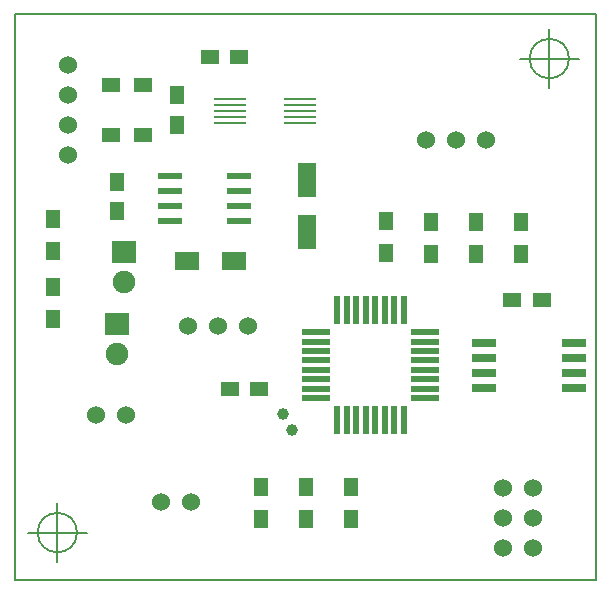
<source format=gbr>
G04 #@! TF.FileFunction,Soldermask,Top*
%FSLAX46Y46*%
G04 Gerber Fmt 4.6, Leading zero omitted, Abs format (unit mm)*
G04 Created by KiCad (PCBNEW 4.0.2-4+6225~38~ubuntu14.04.1-stable) date Sun 15 May 2016 11:33:32 BST*
%MOMM*%
G01*
G04 APERTURE LIST*
%ADD10C,0.100000*%
%ADD11C,0.150000*%
%ADD12R,1.250000X1.500000*%
%ADD13R,1.500000X1.250000*%
%ADD14R,2.000000X1.600000*%
%ADD15R,1.600200X2.999740*%
%ADD16C,1.524000*%
%ADD17R,2.000000X1.900000*%
%ADD18C,1.900000*%
%ADD19R,2.700000X0.250000*%
%ADD20R,2.000000X0.650000*%
%ADD21R,2.400000X0.550000*%
%ADD22R,0.550000X2.400000*%
%ADD23R,2.000000X0.600000*%
%ADD24R,1.500000X1.300000*%
%ADD25R,1.300000X1.500000*%
%ADD26C,1.000760*%
G04 APERTURE END LIST*
D10*
D11*
X75192000Y-113481000D02*
X75319000Y-113481000D01*
X75192000Y-65602000D02*
X75192000Y-113481000D01*
X124341000Y-65602000D02*
X75192000Y-65602000D01*
X124341000Y-113481000D02*
X124341000Y-65602000D01*
X75319000Y-113481000D02*
X124341000Y-113481000D01*
X80406666Y-109474000D02*
G75*
G03X80406666Y-109474000I-1666666J0D01*
G01*
X76240000Y-109474000D02*
X81240000Y-109474000D01*
X78740000Y-106974000D02*
X78740000Y-111974000D01*
X122062666Y-69342000D02*
G75*
G03X122062666Y-69342000I-1666666J0D01*
G01*
X117896000Y-69342000D02*
X122896000Y-69342000D01*
X120396000Y-66842000D02*
X120396000Y-71842000D01*
D12*
X88900000Y-74950000D03*
X88900000Y-72450000D03*
D13*
X91650000Y-69200000D03*
X94150000Y-69200000D03*
X95850000Y-97300000D03*
X93350000Y-97300000D03*
X117250000Y-89800000D03*
X119750000Y-89800000D03*
D14*
X93700000Y-86500000D03*
X89700000Y-86500000D03*
D15*
X99900000Y-83999640D03*
X99900000Y-79600360D03*
D12*
X83800000Y-79750000D03*
X83800000Y-82250000D03*
D16*
X119000000Y-108200000D03*
X119000000Y-110740000D03*
X119000000Y-105660000D03*
X116460000Y-105660000D03*
X116460000Y-108200000D03*
X116460000Y-110740000D03*
D17*
X83800000Y-91800000D03*
D18*
X83800000Y-94340000D03*
D17*
X84400000Y-85700000D03*
D18*
X84400000Y-88240000D03*
D19*
X99250000Y-74800000D03*
X99250000Y-74300000D03*
X99250000Y-73800000D03*
X99250000Y-73300000D03*
X99250000Y-72800000D03*
X93350000Y-72800000D03*
X93350000Y-73300000D03*
X93350000Y-73800000D03*
X93350000Y-74300000D03*
X93350000Y-74800000D03*
D20*
X114900000Y-93395000D03*
X114900000Y-94665000D03*
X114900000Y-95935000D03*
X114900000Y-97205000D03*
X122500000Y-97205000D03*
X122500000Y-95935000D03*
X122500000Y-94665000D03*
X122500000Y-93395000D03*
D21*
X100600000Y-92500000D03*
X100600000Y-93300000D03*
X100600000Y-94100000D03*
X100600000Y-94900000D03*
X100600000Y-95700000D03*
X100600000Y-96500000D03*
X100600000Y-97300000D03*
X100600000Y-98100000D03*
D22*
X102450000Y-99950000D03*
X103250000Y-99950000D03*
X104050000Y-99950000D03*
X104850000Y-99950000D03*
X105650000Y-99950000D03*
X106450000Y-99950000D03*
X107250000Y-99950000D03*
X108050000Y-99950000D03*
D21*
X109900000Y-98100000D03*
X109900000Y-97300000D03*
X109900000Y-96500000D03*
X109900000Y-95700000D03*
X109900000Y-94900000D03*
X109900000Y-94100000D03*
X109900000Y-93300000D03*
X109900000Y-92500000D03*
D22*
X108050000Y-90650000D03*
X107250000Y-90650000D03*
X106450000Y-90650000D03*
X105650000Y-90650000D03*
X104850000Y-90650000D03*
X104050000Y-90650000D03*
X103250000Y-90650000D03*
X102450000Y-90650000D03*
D23*
X94125000Y-83105000D03*
X94125000Y-81835000D03*
X94125000Y-80565000D03*
X94125000Y-79295000D03*
X88275000Y-79295000D03*
X88275000Y-80565000D03*
X88275000Y-81835000D03*
X88275000Y-83105000D03*
D16*
X79600000Y-69860000D03*
X79600000Y-72400000D03*
X79600000Y-74940000D03*
X79600000Y-77480000D03*
X94840000Y-92000000D03*
X92300000Y-92000000D03*
X89760000Y-92000000D03*
X109960000Y-76200000D03*
X112500000Y-76200000D03*
X115040000Y-76200000D03*
D24*
X85950000Y-75800000D03*
X83250000Y-75800000D03*
X85950000Y-71600000D03*
X83250000Y-71600000D03*
D25*
X78400000Y-91350000D03*
X78400000Y-88650000D03*
X78400000Y-85650000D03*
X78400000Y-82950000D03*
X99800000Y-105650000D03*
X99800000Y-108350000D03*
X96000000Y-105650000D03*
X96000000Y-108350000D03*
X118000000Y-83150000D03*
X118000000Y-85850000D03*
X103600000Y-105650000D03*
X103600000Y-108350000D03*
X114200000Y-83150000D03*
X114200000Y-85850000D03*
X110400000Y-83150000D03*
X110400000Y-85850000D03*
X106600000Y-83100000D03*
X106600000Y-85800000D03*
D16*
X87500000Y-106900000D03*
X90040000Y-106900000D03*
X82000000Y-99500000D03*
X84540000Y-99500000D03*
D26*
X98574650Y-100748913D03*
X97825350Y-99451087D03*
M02*

</source>
